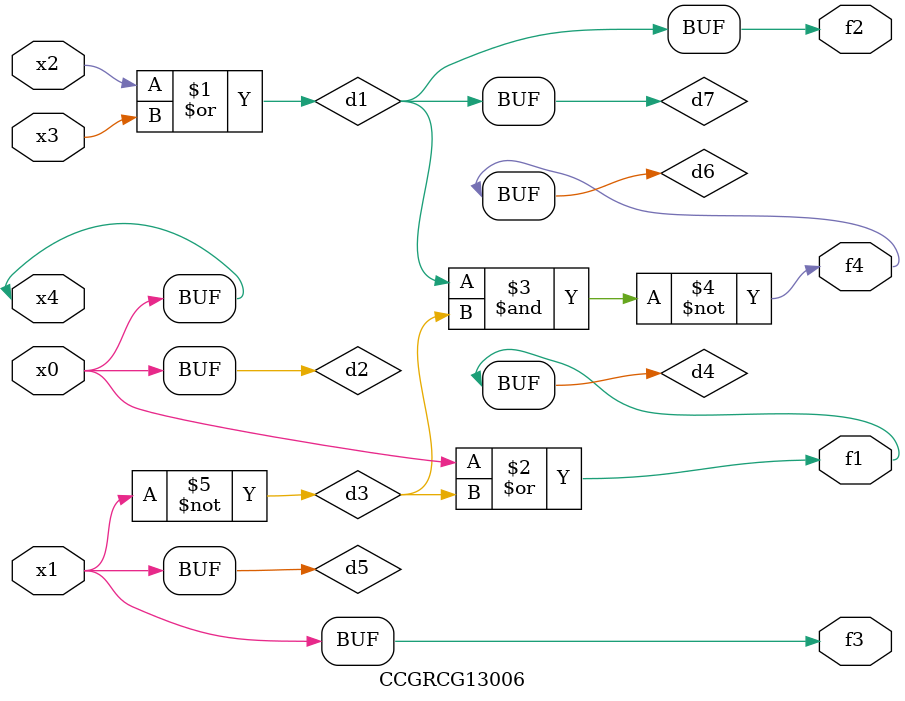
<source format=v>
module CCGRCG13006(
	input x0, x1, x2, x3, x4,
	output f1, f2, f3, f4
);

	wire d1, d2, d3, d4, d5, d6, d7;

	or (d1, x2, x3);
	buf (d2, x0, x4);
	not (d3, x1);
	or (d4, d2, d3);
	not (d5, d3);
	nand (d6, d1, d3);
	or (d7, d1);
	assign f1 = d4;
	assign f2 = d7;
	assign f3 = d5;
	assign f4 = d6;
endmodule

</source>
